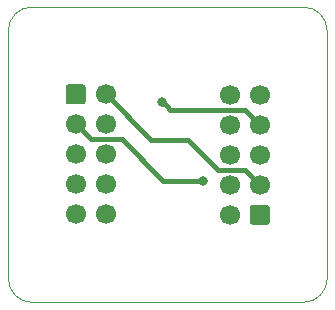
<source format=gbr>
G04 #@! TF.GenerationSoftware,KiCad,Pcbnew,5.1.6-c6e7f7d~86~ubuntu20.04.1*
G04 #@! TF.CreationDate,2020-05-16T23:21:58+03:00*
G04 #@! TF.ProjectId,TC2050-OOPS,54433230-3530-42d4-9f4f-50532e6b6963,v1.0*
G04 #@! TF.SameCoordinates,Original*
G04 #@! TF.FileFunction,Copper,L2,Bot*
G04 #@! TF.FilePolarity,Positive*
%FSLAX46Y46*%
G04 Gerber Fmt 4.6, Leading zero omitted, Abs format (unit mm)*
G04 Created by KiCad (PCBNEW 5.1.6-c6e7f7d~86~ubuntu20.04.1) date 2020-05-16 23:21:58*
%MOMM*%
%LPD*%
G01*
G04 APERTURE LIST*
G04 #@! TA.AperFunction,Profile*
%ADD10C,0.050000*%
G04 #@! TD*
G04 #@! TA.AperFunction,ComponentPad*
%ADD11C,1.700000*%
G04 #@! TD*
G04 #@! TA.AperFunction,ViaPad*
%ADD12C,0.800000*%
G04 #@! TD*
G04 #@! TA.AperFunction,Conductor*
%ADD13C,0.400000*%
G04 #@! TD*
G04 APERTURE END LIST*
D10*
X74000000Y-49000000D02*
G75*
G02*
X76000000Y-51000000I0J-2000000D01*
G01*
X76000000Y-72000000D02*
G75*
G02*
X74000000Y-74000000I-2000000J0D01*
G01*
X51000000Y-74000000D02*
G75*
G02*
X49000000Y-72000000I0J2000000D01*
G01*
X49000000Y-51000000D02*
G75*
G02*
X51000000Y-49000000I2000000J0D01*
G01*
X74000000Y-49000000D02*
X51000000Y-49000000D01*
X76000000Y-72000000D02*
X76000000Y-51000000D01*
X51000000Y-74000000D02*
X74000000Y-74000000D01*
X49000000Y-51000000D02*
X49000000Y-72000000D01*
D11*
X57240000Y-66560000D03*
X57240000Y-64020000D03*
X57240000Y-61480000D03*
X57240000Y-58940000D03*
X57240000Y-56400000D03*
X54700000Y-66560000D03*
X54700000Y-64020000D03*
X54700000Y-61480000D03*
X54700000Y-58940000D03*
G04 #@! TA.AperFunction,ComponentPad*
G36*
G01*
X53850000Y-57000000D02*
X53850000Y-55800000D01*
G75*
G02*
X54100000Y-55550000I250000J0D01*
G01*
X55300000Y-55550000D01*
G75*
G02*
X55550000Y-55800000I0J-250000D01*
G01*
X55550000Y-57000000D01*
G75*
G02*
X55300000Y-57250000I-250000J0D01*
G01*
X54100000Y-57250000D01*
G75*
G02*
X53850000Y-57000000I0J250000D01*
G01*
G37*
G04 #@! TD.AperFunction*
X67760000Y-56440000D03*
X67760000Y-58980000D03*
X67760000Y-61520000D03*
X67760000Y-64060000D03*
X67760000Y-66600000D03*
X70300000Y-56440000D03*
X70300000Y-58980000D03*
X70300000Y-61520000D03*
X70300000Y-64060000D03*
G04 #@! TA.AperFunction,ComponentPad*
G36*
G01*
X71150000Y-66000000D02*
X71150000Y-67200000D01*
G75*
G02*
X70900000Y-67450000I-250000J0D01*
G01*
X69700000Y-67450000D01*
G75*
G02*
X69450000Y-67200000I0J250000D01*
G01*
X69450000Y-66000000D01*
G75*
G02*
X69700000Y-65750000I250000J0D01*
G01*
X70900000Y-65750000D01*
G75*
G02*
X71150000Y-66000000I0J-250000D01*
G01*
G37*
G04 #@! TD.AperFunction*
D12*
X62000000Y-57000000D03*
X65500000Y-63700000D03*
D13*
X69036399Y-57716399D02*
X62716399Y-57716399D01*
X62716399Y-57716399D02*
X62399999Y-57399999D01*
X62399999Y-57399999D02*
X62000000Y-57000000D01*
X70300000Y-58980000D02*
X69036399Y-57716399D01*
X62100000Y-63700000D02*
X64934315Y-63700000D01*
X64934315Y-63700000D02*
X65500000Y-63700000D01*
X54700000Y-58940000D02*
X55963601Y-60203601D01*
X58603601Y-60203601D02*
X62100000Y-63700000D01*
X55963601Y-60203601D02*
X58603601Y-60203601D01*
X64256399Y-60256399D02*
X66796399Y-62796399D01*
X66796399Y-62796399D02*
X69036399Y-62796399D01*
X57240000Y-56400000D02*
X61096399Y-60256399D01*
X69036399Y-62796399D02*
X70300000Y-64060000D01*
X61096399Y-60256399D02*
X64256399Y-60256399D01*
M02*

</source>
